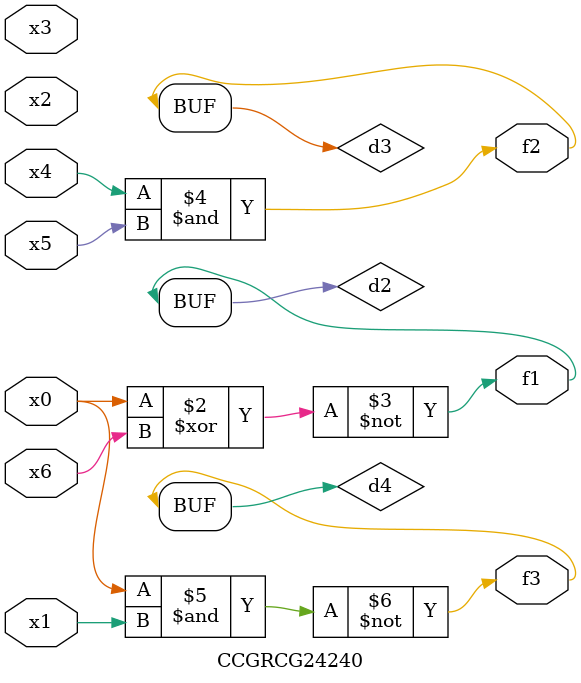
<source format=v>
module CCGRCG24240(
	input x0, x1, x2, x3, x4, x5, x6,
	output f1, f2, f3
);

	wire d1, d2, d3, d4;

	nor (d1, x0);
	xnor (d2, x0, x6);
	and (d3, x4, x5);
	nand (d4, x0, x1);
	assign f1 = d2;
	assign f2 = d3;
	assign f3 = d4;
endmodule

</source>
